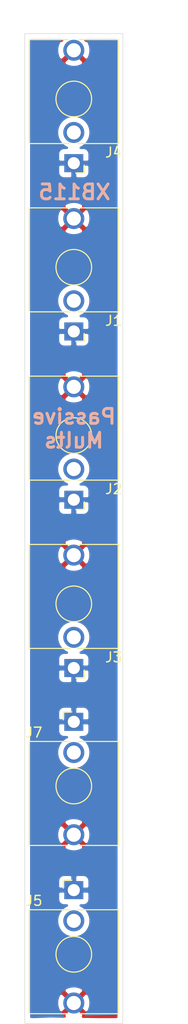
<source format=kicad_pcb>
(kicad_pcb (version 20171130) (host pcbnew "(5.1.0)-1")

  (general
    (thickness 1.6)
    (drawings 8)
    (tracks 0)
    (zones 0)
    (modules 6)
    (nets 3)
  )

  (page A4)
  (layers
    (0 F.Cu signal)
    (31 B.Cu signal)
    (32 B.Adhes user)
    (33 F.Adhes user)
    (34 B.Paste user)
    (35 F.Paste user)
    (36 B.SilkS user)
    (37 F.SilkS user)
    (38 B.Mask user)
    (39 F.Mask user)
    (40 Dwgs.User user)
    (41 Cmts.User user)
    (42 Eco1.User user)
    (43 Eco2.User user)
    (44 Edge.Cuts user)
    (45 Margin user)
    (46 B.CrtYd user)
    (47 F.CrtYd user)
    (48 B.Fab user)
    (49 F.Fab user)
  )

  (setup
    (last_trace_width 0.25)
    (trace_clearance 0.2)
    (zone_clearance 0.508)
    (zone_45_only no)
    (trace_min 0.2)
    (via_size 0.8)
    (via_drill 0.4)
    (via_min_size 0.4)
    (via_min_drill 0.3)
    (uvia_size 0.3)
    (uvia_drill 0.1)
    (uvias_allowed no)
    (uvia_min_size 0.2)
    (uvia_min_drill 0.1)
    (edge_width 0.05)
    (segment_width 0.2)
    (pcb_text_width 0.3)
    (pcb_text_size 1.5 1.5)
    (mod_edge_width 0.12)
    (mod_text_size 1 1)
    (mod_text_width 0.15)
    (pad_size 1.524 1.524)
    (pad_drill 0.762)
    (pad_to_mask_clearance 0.051)
    (solder_mask_min_width 0.25)
    (aux_axis_origin 0 0)
    (visible_elements FFFFFF7F)
    (pcbplotparams
      (layerselection 0x010fc_ffffffff)
      (usegerberextensions false)
      (usegerberattributes false)
      (usegerberadvancedattributes false)
      (creategerberjobfile false)
      (excludeedgelayer true)
      (linewidth 0.100000)
      (plotframeref false)
      (viasonmask false)
      (mode 1)
      (useauxorigin false)
      (hpglpennumber 1)
      (hpglpenspeed 20)
      (hpglpendiameter 15.000000)
      (psnegative false)
      (psa4output false)
      (plotreference true)
      (plotvalue true)
      (plotinvisibletext false)
      (padsonsilk false)
      (subtractmaskfromsilk false)
      (outputformat 1)
      (mirror false)
      (drillshape 0)
      (scaleselection 1)
      (outputdirectory "passive_mults_gerbers/"))
  )

  (net 0 "")
  (net 1 GND)
  (net 2 "Net-(J1-PadT)")

  (net_class Default "This is the default net class."
    (clearance 0.2)
    (trace_width 0.25)
    (via_dia 0.8)
    (via_drill 0.4)
    (uvia_dia 0.3)
    (uvia_drill 0.1)
    (add_net GND)
    (add_net "Net-(J1-PadT)")
  )

  (module Connector_Audio:Jack_3.5mm_QingPu_WQP-PJ398SM_Vertical_CircularHoles (layer F.Cu) (tedit 5C2B6BB2) (tstamp 5CB12E5D)
    (at 194.437 107.5938)
    (descr "TRS 3.5mm, vertical, Thonkiconn, PCB mount, (http://www.qingpu-electronics.com/en/products/WQP-PJ398SM-362.html)")
    (tags "WQP-PJ398SM WQP-PJ301M-12 TRS 3.5mm mono vertical jack thonkiconn qingpu")
    (path /5CDB6E9C)
    (fp_text reference J7 (at -4.03 1.08 180) (layer F.SilkS)
      (effects (font (size 1 1) (thickness 0.15)))
    )
    (fp_text value AudioJack2_SwitchT (at 0 5 180) (layer F.Fab)
      (effects (font (size 1 1) (thickness 0.15)))
    )
    (fp_line (start 0 0) (end 0 2.03) (layer F.Fab) (width 0.1))
    (fp_circle (center 0 6.48) (end 1.8 6.48) (layer F.Fab) (width 0.1))
    (fp_line (start 4.5 2.03) (end -4.5 2.03) (layer F.Fab) (width 0.1))
    (fp_line (start 5 -1.42) (end -5 -1.42) (layer F.CrtYd) (width 0.05))
    (fp_line (start 5 12.98) (end -5 12.98) (layer F.CrtYd) (width 0.05))
    (fp_line (start 5 12.98) (end 5 -1.42) (layer F.CrtYd) (width 0.05))
    (fp_line (start 4.5 12.48) (end -4.5 12.48) (layer F.Fab) (width 0.1))
    (fp_line (start 4.5 12.48) (end 4.5 2.08) (layer F.Fab) (width 0.1))
    (fp_line (start -1.06 -1) (end -0.2 -1) (layer F.SilkS) (width 0.12))
    (fp_line (start -1.06 -1) (end -1.06 -0.2) (layer F.SilkS) (width 0.12))
    (fp_circle (center 0 6.48) (end 1.8 6.48) (layer F.SilkS) (width 0.12))
    (fp_line (start -0.35 1.98) (end -4.5 1.98) (layer F.SilkS) (width 0.12))
    (fp_line (start 4.5 1.98) (end 0.35 1.98) (layer F.SilkS) (width 0.12))
    (fp_line (start -0.5 12.48) (end -4.5 12.48) (layer F.SilkS) (width 0.12))
    (fp_line (start 4.5 12.48) (end 0.5 12.48) (layer F.SilkS) (width 0.12))
    (fp_line (start -1.41 6.02) (end -0.46 5.07) (layer Dwgs.User) (width 0.12))
    (fp_line (start -1.42 6.875) (end 0.4 5.06) (layer Dwgs.User) (width 0.12))
    (fp_line (start -1.07 7.49) (end 1.01 5.41) (layer Dwgs.User) (width 0.12))
    (fp_line (start -0.58 7.83) (end 1.36 5.89) (layer Dwgs.User) (width 0.12))
    (fp_line (start 0.09 7.96) (end 1.48 6.57) (layer Dwgs.User) (width 0.12))
    (fp_circle (center 0 6.48) (end 1.5 6.48) (layer Dwgs.User) (width 0.12))
    (fp_line (start 4.5 1.98) (end 4.5 12.48) (layer F.SilkS) (width 0.12))
    (fp_line (start -4.5 1.98) (end -4.5 12.48) (layer F.SilkS) (width 0.12))
    (fp_text user %R (at 0 8 180) (layer F.Fab)
      (effects (font (size 1 1) (thickness 0.15)))
    )
    (fp_line (start -4.5 12.48) (end -4.5 2.08) (layer F.Fab) (width 0.1))
    (fp_line (start -5 12.98) (end -5 -1.42) (layer F.CrtYd) (width 0.05))
    (fp_text user KEEPOUT (at 0 6.48) (layer Cmts.User)
      (effects (font (size 0.4 0.4) (thickness 0.051)))
    )
    (pad T thru_hole circle (at 0 11.4 180) (size 2.13 2.13) (drill 1.43) (layers *.Cu *.Mask)
      (net 2 "Net-(J1-PadT)"))
    (pad S thru_hole rect (at 0 0 180) (size 1.93 1.83) (drill 1.22) (layers *.Cu *.Mask)
      (net 1 GND))
    (pad TN thru_hole circle (at 0 3.1 180) (size 2.13 2.13) (drill 1.42) (layers *.Cu *.Mask))
    (model ${KISYS3DMOD}/Connector_Audio.3dshapes/Jack_3.5mm_QingPu_WQP-PJ398SM_Vertical.wrl
      (at (xyz 0 0 0))
      (scale (xyz 1 1 1))
      (rotate (xyz 0 0 0))
    )
  )

  (module Connector_Audio:Jack_3.5mm_QingPu_WQP-PJ398SM_Vertical_CircularHoles (layer F.Cu) (tedit 5C2B6BB2) (tstamp 5CB12E19)
    (at 194.437 124.587)
    (descr "TRS 3.5mm, vertical, Thonkiconn, PCB mount, (http://www.qingpu-electronics.com/en/products/WQP-PJ398SM-362.html)")
    (tags "WQP-PJ398SM WQP-PJ301M-12 TRS 3.5mm mono vertical jack thonkiconn qingpu")
    (path /5CDB6EA6)
    (fp_text reference J5 (at -4.03 1.08 180) (layer F.SilkS)
      (effects (font (size 1 1) (thickness 0.15)))
    )
    (fp_text value AudioJack2_SwitchT (at 0 5 180) (layer F.Fab)
      (effects (font (size 1 1) (thickness 0.15)))
    )
    (fp_line (start 0 0) (end 0 2.03) (layer F.Fab) (width 0.1))
    (fp_circle (center 0 6.48) (end 1.8 6.48) (layer F.Fab) (width 0.1))
    (fp_line (start 4.5 2.03) (end -4.5 2.03) (layer F.Fab) (width 0.1))
    (fp_line (start 5 -1.42) (end -5 -1.42) (layer F.CrtYd) (width 0.05))
    (fp_line (start 5 12.98) (end -5 12.98) (layer F.CrtYd) (width 0.05))
    (fp_line (start 5 12.98) (end 5 -1.42) (layer F.CrtYd) (width 0.05))
    (fp_line (start 4.5 12.48) (end -4.5 12.48) (layer F.Fab) (width 0.1))
    (fp_line (start 4.5 12.48) (end 4.5 2.08) (layer F.Fab) (width 0.1))
    (fp_line (start -1.06 -1) (end -0.2 -1) (layer F.SilkS) (width 0.12))
    (fp_line (start -1.06 -1) (end -1.06 -0.2) (layer F.SilkS) (width 0.12))
    (fp_circle (center 0 6.48) (end 1.8 6.48) (layer F.SilkS) (width 0.12))
    (fp_line (start -0.35 1.98) (end -4.5 1.98) (layer F.SilkS) (width 0.12))
    (fp_line (start 4.5 1.98) (end 0.35 1.98) (layer F.SilkS) (width 0.12))
    (fp_line (start -0.5 12.48) (end -4.5 12.48) (layer F.SilkS) (width 0.12))
    (fp_line (start 4.5 12.48) (end 0.5 12.48) (layer F.SilkS) (width 0.12))
    (fp_line (start -1.41 6.02) (end -0.46 5.07) (layer Dwgs.User) (width 0.12))
    (fp_line (start -1.42 6.875) (end 0.4 5.06) (layer Dwgs.User) (width 0.12))
    (fp_line (start -1.07 7.49) (end 1.01 5.41) (layer Dwgs.User) (width 0.12))
    (fp_line (start -0.58 7.83) (end 1.36 5.89) (layer Dwgs.User) (width 0.12))
    (fp_line (start 0.09 7.96) (end 1.48 6.57) (layer Dwgs.User) (width 0.12))
    (fp_circle (center 0 6.48) (end 1.5 6.48) (layer Dwgs.User) (width 0.12))
    (fp_line (start 4.5 1.98) (end 4.5 12.48) (layer F.SilkS) (width 0.12))
    (fp_line (start -4.5 1.98) (end -4.5 12.48) (layer F.SilkS) (width 0.12))
    (fp_text user %R (at 0 8 180) (layer F.Fab)
      (effects (font (size 1 1) (thickness 0.15)))
    )
    (fp_line (start -4.5 12.48) (end -4.5 2.08) (layer F.Fab) (width 0.1))
    (fp_line (start -5 12.98) (end -5 -1.42) (layer F.CrtYd) (width 0.05))
    (fp_text user KEEPOUT (at 0 6.48) (layer Cmts.User)
      (effects (font (size 0.4 0.4) (thickness 0.051)))
    )
    (pad T thru_hole circle (at 0 11.4 180) (size 2.13 2.13) (drill 1.43) (layers *.Cu *.Mask)
      (net 2 "Net-(J1-PadT)"))
    (pad S thru_hole rect (at 0 0 180) (size 1.93 1.83) (drill 1.22) (layers *.Cu *.Mask)
      (net 1 GND))
    (pad TN thru_hole circle (at 0 3.1 180) (size 2.13 2.13) (drill 1.42) (layers *.Cu *.Mask))
    (model ${KISYS3DMOD}/Connector_Audio.3dshapes/Jack_3.5mm_QingPu_WQP-PJ398SM_Vertical.wrl
      (at (xyz 0 0 0))
      (scale (xyz 1 1 1))
      (rotate (xyz 0 0 0))
    )
  )

  (module Connector_Audio:Jack_3.5mm_QingPu_WQP-PJ398SM_Vertical_CircularHoles (layer F.Cu) (tedit 5C2B6BB2) (tstamp 5CB12905)
    (at 194.437 51.181 180)
    (descr "TRS 3.5mm, vertical, Thonkiconn, PCB mount, (http://www.qingpu-electronics.com/en/products/WQP-PJ398SM-362.html)")
    (tags "WQP-PJ398SM WQP-PJ301M-12 TRS 3.5mm mono vertical jack thonkiconn qingpu")
    (path /5CDAD085)
    (fp_text reference J4 (at -4.03 1.08) (layer F.SilkS)
      (effects (font (size 1 1) (thickness 0.15)))
    )
    (fp_text value AudioJack2_SwitchT (at 0 5) (layer F.Fab)
      (effects (font (size 1 1) (thickness 0.15)))
    )
    (fp_line (start 0 0) (end 0 2.03) (layer F.Fab) (width 0.1))
    (fp_circle (center 0 6.48) (end 1.8 6.48) (layer F.Fab) (width 0.1))
    (fp_line (start 4.5 2.03) (end -4.5 2.03) (layer F.Fab) (width 0.1))
    (fp_line (start 5 -1.42) (end -5 -1.42) (layer F.CrtYd) (width 0.05))
    (fp_line (start 5 12.98) (end -5 12.98) (layer F.CrtYd) (width 0.05))
    (fp_line (start 5 12.98) (end 5 -1.42) (layer F.CrtYd) (width 0.05))
    (fp_line (start 4.5 12.48) (end -4.5 12.48) (layer F.Fab) (width 0.1))
    (fp_line (start 4.5 12.48) (end 4.5 2.08) (layer F.Fab) (width 0.1))
    (fp_line (start -1.06 -1) (end -0.2 -1) (layer F.SilkS) (width 0.12))
    (fp_line (start -1.06 -1) (end -1.06 -0.2) (layer F.SilkS) (width 0.12))
    (fp_circle (center 0 6.48) (end 1.8 6.48) (layer F.SilkS) (width 0.12))
    (fp_line (start -0.35 1.98) (end -4.5 1.98) (layer F.SilkS) (width 0.12))
    (fp_line (start 4.5 1.98) (end 0.35 1.98) (layer F.SilkS) (width 0.12))
    (fp_line (start -0.5 12.48) (end -4.5 12.48) (layer F.SilkS) (width 0.12))
    (fp_line (start 4.5 12.48) (end 0.5 12.48) (layer F.SilkS) (width 0.12))
    (fp_line (start -1.41 6.02) (end -0.46 5.07) (layer Dwgs.User) (width 0.12))
    (fp_line (start -1.42 6.875) (end 0.4 5.06) (layer Dwgs.User) (width 0.12))
    (fp_line (start -1.07 7.49) (end 1.01 5.41) (layer Dwgs.User) (width 0.12))
    (fp_line (start -0.58 7.83) (end 1.36 5.89) (layer Dwgs.User) (width 0.12))
    (fp_line (start 0.09 7.96) (end 1.48 6.57) (layer Dwgs.User) (width 0.12))
    (fp_circle (center 0 6.48) (end 1.5 6.48) (layer Dwgs.User) (width 0.12))
    (fp_line (start 4.5 1.98) (end 4.5 12.48) (layer F.SilkS) (width 0.12))
    (fp_line (start -4.5 1.98) (end -4.5 12.48) (layer F.SilkS) (width 0.12))
    (fp_text user %R (at 0 8) (layer F.Fab)
      (effects (font (size 1 1) (thickness 0.15)))
    )
    (fp_line (start -4.5 12.48) (end -4.5 2.08) (layer F.Fab) (width 0.1))
    (fp_line (start -5 12.98) (end -5 -1.42) (layer F.CrtYd) (width 0.05))
    (fp_text user KEEPOUT (at 0 6.48 180) (layer Cmts.User)
      (effects (font (size 0.4 0.4) (thickness 0.051)))
    )
    (pad T thru_hole circle (at 0 11.4) (size 2.13 2.13) (drill 1.43) (layers *.Cu *.Mask)
      (net 2 "Net-(J1-PadT)"))
    (pad S thru_hole rect (at 0 0) (size 1.93 1.83) (drill 1.22) (layers *.Cu *.Mask)
      (net 1 GND))
    (pad TN thru_hole circle (at 0 3.1) (size 2.13 2.13) (drill 1.42) (layers *.Cu *.Mask))
    (model ${KISYS3DMOD}/Connector_Audio.3dshapes/Jack_3.5mm_QingPu_WQP-PJ398SM_Vertical.wrl
      (at (xyz 0 0 0))
      (scale (xyz 1 1 1))
      (rotate (xyz 0 0 0))
    )
  )

  (module Connector_Audio:Jack_3.5mm_QingPu_WQP-PJ398SM_Vertical_CircularHoles (layer F.Cu) (tedit 5C2B6BB2) (tstamp 5CB128E3)
    (at 194.437 102.1606 180)
    (descr "TRS 3.5mm, vertical, Thonkiconn, PCB mount, (http://www.qingpu-electronics.com/en/products/WQP-PJ398SM-362.html)")
    (tags "WQP-PJ398SM WQP-PJ301M-12 TRS 3.5mm mono vertical jack thonkiconn qingpu")
    (path /5CDB395E)
    (fp_text reference J3 (at -4.03 1.08) (layer F.SilkS)
      (effects (font (size 1 1) (thickness 0.15)))
    )
    (fp_text value AudioJack2_SwitchT (at 0 5) (layer F.Fab)
      (effects (font (size 1 1) (thickness 0.15)))
    )
    (fp_line (start 0 0) (end 0 2.03) (layer F.Fab) (width 0.1))
    (fp_circle (center 0 6.48) (end 1.8 6.48) (layer F.Fab) (width 0.1))
    (fp_line (start 4.5 2.03) (end -4.5 2.03) (layer F.Fab) (width 0.1))
    (fp_line (start 5 -1.42) (end -5 -1.42) (layer F.CrtYd) (width 0.05))
    (fp_line (start 5 12.98) (end -5 12.98) (layer F.CrtYd) (width 0.05))
    (fp_line (start 5 12.98) (end 5 -1.42) (layer F.CrtYd) (width 0.05))
    (fp_line (start 4.5 12.48) (end -4.5 12.48) (layer F.Fab) (width 0.1))
    (fp_line (start 4.5 12.48) (end 4.5 2.08) (layer F.Fab) (width 0.1))
    (fp_line (start -1.06 -1) (end -0.2 -1) (layer F.SilkS) (width 0.12))
    (fp_line (start -1.06 -1) (end -1.06 -0.2) (layer F.SilkS) (width 0.12))
    (fp_circle (center 0 6.48) (end 1.8 6.48) (layer F.SilkS) (width 0.12))
    (fp_line (start -0.35 1.98) (end -4.5 1.98) (layer F.SilkS) (width 0.12))
    (fp_line (start 4.5 1.98) (end 0.35 1.98) (layer F.SilkS) (width 0.12))
    (fp_line (start -0.5 12.48) (end -4.5 12.48) (layer F.SilkS) (width 0.12))
    (fp_line (start 4.5 12.48) (end 0.5 12.48) (layer F.SilkS) (width 0.12))
    (fp_line (start -1.41 6.02) (end -0.46 5.07) (layer Dwgs.User) (width 0.12))
    (fp_line (start -1.42 6.875) (end 0.4 5.06) (layer Dwgs.User) (width 0.12))
    (fp_line (start -1.07 7.49) (end 1.01 5.41) (layer Dwgs.User) (width 0.12))
    (fp_line (start -0.58 7.83) (end 1.36 5.89) (layer Dwgs.User) (width 0.12))
    (fp_line (start 0.09 7.96) (end 1.48 6.57) (layer Dwgs.User) (width 0.12))
    (fp_circle (center 0 6.48) (end 1.5 6.48) (layer Dwgs.User) (width 0.12))
    (fp_line (start 4.5 1.98) (end 4.5 12.48) (layer F.SilkS) (width 0.12))
    (fp_line (start -4.5 1.98) (end -4.5 12.48) (layer F.SilkS) (width 0.12))
    (fp_text user %R (at 0 8) (layer F.Fab)
      (effects (font (size 1 1) (thickness 0.15)))
    )
    (fp_line (start -4.5 12.48) (end -4.5 2.08) (layer F.Fab) (width 0.1))
    (fp_line (start -5 12.98) (end -5 -1.42) (layer F.CrtYd) (width 0.05))
    (fp_text user KEEPOUT (at 0 6.48 180) (layer Cmts.User)
      (effects (font (size 0.4 0.4) (thickness 0.051)))
    )
    (pad T thru_hole circle (at 0 11.4) (size 2.13 2.13) (drill 1.43) (layers *.Cu *.Mask)
      (net 2 "Net-(J1-PadT)"))
    (pad S thru_hole rect (at 0 0) (size 1.93 1.83) (drill 1.22) (layers *.Cu *.Mask)
      (net 1 GND))
    (pad TN thru_hole circle (at 0 3.1) (size 2.13 2.13) (drill 1.42) (layers *.Cu *.Mask))
    (model ${KISYS3DMOD}/Connector_Audio.3dshapes/Jack_3.5mm_QingPu_WQP-PJ398SM_Vertical.wrl
      (at (xyz 0 0 0))
      (scale (xyz 1 1 1))
      (rotate (xyz 0 0 0))
    )
  )

  (module Connector_Audio:Jack_3.5mm_QingPu_WQP-PJ398SM_Vertical_CircularHoles (layer F.Cu) (tedit 5C2B6BB2) (tstamp 5CB128C1)
    (at 194.437 85.1674 180)
    (descr "TRS 3.5mm, vertical, Thonkiconn, PCB mount, (http://www.qingpu-electronics.com/en/products/WQP-PJ398SM-362.html)")
    (tags "WQP-PJ398SM WQP-PJ301M-12 TRS 3.5mm mono vertical jack thonkiconn qingpu")
    (path /5CDAC73E)
    (fp_text reference J2 (at -4.03 1.08) (layer F.SilkS)
      (effects (font (size 1 1) (thickness 0.15)))
    )
    (fp_text value AudioJack2_SwitchT (at 0 5) (layer F.Fab)
      (effects (font (size 1 1) (thickness 0.15)))
    )
    (fp_line (start 0 0) (end 0 2.03) (layer F.Fab) (width 0.1))
    (fp_circle (center 0 6.48) (end 1.8 6.48) (layer F.Fab) (width 0.1))
    (fp_line (start 4.5 2.03) (end -4.5 2.03) (layer F.Fab) (width 0.1))
    (fp_line (start 5 -1.42) (end -5 -1.42) (layer F.CrtYd) (width 0.05))
    (fp_line (start 5 12.98) (end -5 12.98) (layer F.CrtYd) (width 0.05))
    (fp_line (start 5 12.98) (end 5 -1.42) (layer F.CrtYd) (width 0.05))
    (fp_line (start 4.5 12.48) (end -4.5 12.48) (layer F.Fab) (width 0.1))
    (fp_line (start 4.5 12.48) (end 4.5 2.08) (layer F.Fab) (width 0.1))
    (fp_line (start -1.06 -1) (end -0.2 -1) (layer F.SilkS) (width 0.12))
    (fp_line (start -1.06 -1) (end -1.06 -0.2) (layer F.SilkS) (width 0.12))
    (fp_circle (center 0 6.48) (end 1.8 6.48) (layer F.SilkS) (width 0.12))
    (fp_line (start -0.35 1.98) (end -4.5 1.98) (layer F.SilkS) (width 0.12))
    (fp_line (start 4.5 1.98) (end 0.35 1.98) (layer F.SilkS) (width 0.12))
    (fp_line (start -0.5 12.48) (end -4.5 12.48) (layer F.SilkS) (width 0.12))
    (fp_line (start 4.5 12.48) (end 0.5 12.48) (layer F.SilkS) (width 0.12))
    (fp_line (start -1.41 6.02) (end -0.46 5.07) (layer Dwgs.User) (width 0.12))
    (fp_line (start -1.42 6.875) (end 0.4 5.06) (layer Dwgs.User) (width 0.12))
    (fp_line (start -1.07 7.49) (end 1.01 5.41) (layer Dwgs.User) (width 0.12))
    (fp_line (start -0.58 7.83) (end 1.36 5.89) (layer Dwgs.User) (width 0.12))
    (fp_line (start 0.09 7.96) (end 1.48 6.57) (layer Dwgs.User) (width 0.12))
    (fp_circle (center 0 6.48) (end 1.5 6.48) (layer Dwgs.User) (width 0.12))
    (fp_line (start 4.5 1.98) (end 4.5 12.48) (layer F.SilkS) (width 0.12))
    (fp_line (start -4.5 1.98) (end -4.5 12.48) (layer F.SilkS) (width 0.12))
    (fp_text user %R (at 0 8) (layer F.Fab)
      (effects (font (size 1 1) (thickness 0.15)))
    )
    (fp_line (start -4.5 12.48) (end -4.5 2.08) (layer F.Fab) (width 0.1))
    (fp_line (start -5 12.98) (end -5 -1.42) (layer F.CrtYd) (width 0.05))
    (fp_text user KEEPOUT (at 0 6.48 180) (layer Cmts.User)
      (effects (font (size 0.4 0.4) (thickness 0.051)))
    )
    (pad T thru_hole circle (at 0 11.4) (size 2.13 2.13) (drill 1.43) (layers *.Cu *.Mask)
      (net 2 "Net-(J1-PadT)"))
    (pad S thru_hole rect (at 0 0) (size 1.93 1.83) (drill 1.22) (layers *.Cu *.Mask)
      (net 1 GND))
    (pad TN thru_hole circle (at 0 3.1) (size 2.13 2.13) (drill 1.42) (layers *.Cu *.Mask))
    (model ${KISYS3DMOD}/Connector_Audio.3dshapes/Jack_3.5mm_QingPu_WQP-PJ398SM_Vertical.wrl
      (at (xyz 0 0 0))
      (scale (xyz 1 1 1))
      (rotate (xyz 0 0 0))
    )
  )

  (module Connector_Audio:Jack_3.5mm_QingPu_WQP-PJ398SM_Vertical_CircularHoles (layer F.Cu) (tedit 5C2B6BB2) (tstamp 5CB1289F)
    (at 194.437 68.1742 180)
    (descr "TRS 3.5mm, vertical, Thonkiconn, PCB mount, (http://www.qingpu-electronics.com/en/products/WQP-PJ398SM-362.html)")
    (tags "WQP-PJ398SM WQP-PJ301M-12 TRS 3.5mm mono vertical jack thonkiconn qingpu")
    (path /5CDB3968)
    (fp_text reference J1 (at -4.03 1.08) (layer F.SilkS)
      (effects (font (size 1 1) (thickness 0.15)))
    )
    (fp_text value AudioJack2_SwitchT (at 0 5) (layer F.Fab)
      (effects (font (size 1 1) (thickness 0.15)))
    )
    (fp_line (start 0 0) (end 0 2.03) (layer F.Fab) (width 0.1))
    (fp_circle (center 0 6.48) (end 1.8 6.48) (layer F.Fab) (width 0.1))
    (fp_line (start 4.5 2.03) (end -4.5 2.03) (layer F.Fab) (width 0.1))
    (fp_line (start 5 -1.42) (end -5 -1.42) (layer F.CrtYd) (width 0.05))
    (fp_line (start 5 12.98) (end -5 12.98) (layer F.CrtYd) (width 0.05))
    (fp_line (start 5 12.98) (end 5 -1.42) (layer F.CrtYd) (width 0.05))
    (fp_line (start 4.5 12.48) (end -4.5 12.48) (layer F.Fab) (width 0.1))
    (fp_line (start 4.5 12.48) (end 4.5 2.08) (layer F.Fab) (width 0.1))
    (fp_line (start -1.06 -1) (end -0.2 -1) (layer F.SilkS) (width 0.12))
    (fp_line (start -1.06 -1) (end -1.06 -0.2) (layer F.SilkS) (width 0.12))
    (fp_circle (center 0 6.48) (end 1.8 6.48) (layer F.SilkS) (width 0.12))
    (fp_line (start -0.35 1.98) (end -4.5 1.98) (layer F.SilkS) (width 0.12))
    (fp_line (start 4.5 1.98) (end 0.35 1.98) (layer F.SilkS) (width 0.12))
    (fp_line (start -0.5 12.48) (end -4.5 12.48) (layer F.SilkS) (width 0.12))
    (fp_line (start 4.5 12.48) (end 0.5 12.48) (layer F.SilkS) (width 0.12))
    (fp_line (start -1.41 6.02) (end -0.46 5.07) (layer Dwgs.User) (width 0.12))
    (fp_line (start -1.42 6.875) (end 0.4 5.06) (layer Dwgs.User) (width 0.12))
    (fp_line (start -1.07 7.49) (end 1.01 5.41) (layer Dwgs.User) (width 0.12))
    (fp_line (start -0.58 7.83) (end 1.36 5.89) (layer Dwgs.User) (width 0.12))
    (fp_line (start 0.09 7.96) (end 1.48 6.57) (layer Dwgs.User) (width 0.12))
    (fp_circle (center 0 6.48) (end 1.5 6.48) (layer Dwgs.User) (width 0.12))
    (fp_line (start 4.5 1.98) (end 4.5 12.48) (layer F.SilkS) (width 0.12))
    (fp_line (start -4.5 1.98) (end -4.5 12.48) (layer F.SilkS) (width 0.12))
    (fp_text user %R (at 0 8) (layer F.Fab)
      (effects (font (size 1 1) (thickness 0.15)))
    )
    (fp_line (start -4.5 12.48) (end -4.5 2.08) (layer F.Fab) (width 0.1))
    (fp_line (start -5 12.98) (end -5 -1.42) (layer F.CrtYd) (width 0.05))
    (fp_text user KEEPOUT (at 0 6.48 180) (layer Cmts.User)
      (effects (font (size 0.4 0.4) (thickness 0.051)))
    )
    (pad T thru_hole circle (at 0 11.4) (size 2.13 2.13) (drill 1.43) (layers *.Cu *.Mask)
      (net 2 "Net-(J1-PadT)"))
    (pad S thru_hole rect (at 0 0) (size 1.93 1.83) (drill 1.22) (layers *.Cu *.Mask)
      (net 1 GND))
    (pad TN thru_hole circle (at 0 3.1) (size 2.13 2.13) (drill 1.42) (layers *.Cu *.Mask))
    (model ${KISYS3DMOD}/Connector_Audio.3dshapes/Jack_3.5mm_QingPu_WQP-PJ398SM_Vertical.wrl
      (at (xyz 0 0 0))
      (scale (xyz 1 1 1))
      (rotate (xyz 0 0 0))
    )
  )

  (gr_text "Passive\nMults" (at 194.437 77.978) (layer B.SilkS) (tstamp 5CB13AD8)
    (effects (font (size 1.5 1.5) (thickness 0.3)) (justify mirror))
  )
  (gr_text "XB115 " (at 193.929 54.102) (layer B.SilkS)
    (effects (font (size 1.5 1.5) (thickness 0.3)) (justify mirror))
  )
  (gr_line (start 189.484 138.049) (end 189.484 38.1) (layer Edge.Cuts) (width 0.05) (tstamp 5CB12AA3))
  (gr_line (start 199.39 138.049) (end 189.484 138.049) (layer Edge.Cuts) (width 0.05))
  (gr_line (start 199.39 38.1) (end 199.39 138.049) (layer Edge.Cuts) (width 0.05))
  (gr_line (start 199.39 38.1) (end 189.484 38.1) (layer Edge.Cuts) (width 0.05))
  (dimension 99.949 (width 0.15) (layer F.Fab)
    (gr_text "99.949 mm" (at 204.627 88.0745 270) (layer F.Fab)
      (effects (font (size 1 1) (thickness 0.15)))
    )
    (feature1 (pts (xy 199.39 138.049) (xy 203.913421 138.049)))
    (feature2 (pts (xy 199.39 38.1) (xy 203.913421 38.1)))
    (crossbar (pts (xy 203.327 38.1) (xy 203.327 138.049)))
    (arrow1a (pts (xy 203.327 138.049) (xy 202.740579 136.922496)))
    (arrow1b (pts (xy 203.327 138.049) (xy 203.913421 136.922496)))
    (arrow2a (pts (xy 203.327 38.1) (xy 202.740579 39.226504)))
    (arrow2b (pts (xy 203.327 38.1) (xy 203.913421 39.226504)))
  )
  (dimension 9.906 (width 0.15) (layer F.Fab)
    (gr_text "9.906 mm" (at 194.437 35.403) (layer F.Fab)
      (effects (font (size 1 1) (thickness 0.15)))
    )
    (feature1 (pts (xy 199.39 38.1) (xy 199.39 36.116579)))
    (feature2 (pts (xy 189.484 38.1) (xy 189.484 36.116579)))
    (crossbar (pts (xy 189.484 36.703) (xy 199.39 36.703)))
    (arrow1a (pts (xy 199.39 36.703) (xy 198.263496 37.289421)))
    (arrow1b (pts (xy 199.39 36.703) (xy 198.263496 36.116579)))
    (arrow2a (pts (xy 189.484 36.703) (xy 190.610504 37.289421)))
    (arrow2b (pts (xy 189.484 36.703) (xy 190.610504 36.116579)))
  )

  (zone (net 2) (net_name "Net-(J1-PadT)") (layer F.Cu) (tstamp 5CB13B13) (hatch edge 0.508)
    (connect_pads (clearance 0.508))
    (min_thickness 0.254)
    (fill yes (arc_segments 32) (thermal_gap 0.508) (thermal_bridge_width 0.508))
    (polygon
      (pts
        (xy 189.865 38.608) (xy 199.009 38.608) (xy 198.755 41.021) (xy 199.009 137.541) (xy 189.357 137.414)
      )
    )
    (filled_polygon
      (pts
        (xy 193.255237 38.778845) (xy 192.984193 38.882454) (xy 192.83681 39.183148) (xy 192.750922 39.506818) (xy 192.729829 39.841023)
        (xy 192.774342 40.172922) (xy 192.88275 40.48976) (xy 192.984193 40.679546) (xy 193.255239 40.783156) (xy 194.257395 39.781)
        (xy 194.243253 39.766858) (xy 194.422858 39.587253) (xy 194.437 39.601395) (xy 194.451143 39.587253) (xy 194.630748 39.766858)
        (xy 194.616605 39.781) (xy 195.618761 40.783156) (xy 195.889807 40.679546) (xy 196.03719 40.378852) (xy 196.123078 40.055182)
        (xy 196.144171 39.720977) (xy 196.099658 39.389078) (xy 195.99125 39.07224) (xy 195.889807 38.882454) (xy 195.618763 38.778845)
        (xy 195.637608 38.76) (xy 198.73 38.76) (xy 198.73 40.045335) (xy 198.628698 41.007705) (xy 198.628 41.021334)
        (xy 198.73 79.781564) (xy 198.730001 137.389) (xy 197.109859 137.389) (xy 195.363749 137.366025) (xy 195.439156 137.168761)
        (xy 194.437 136.166605) (xy 193.434844 137.168761) (xy 193.500881 137.341514) (xy 190.144 137.297345) (xy 190.144 136.047023)
        (xy 192.729829 136.047023) (xy 192.774342 136.378922) (xy 192.88275 136.69576) (xy 192.984193 136.885546) (xy 193.255239 136.989156)
        (xy 194.257395 135.987) (xy 194.616605 135.987) (xy 195.618761 136.989156) (xy 195.889807 136.885546) (xy 196.03719 136.584852)
        (xy 196.123078 136.261182) (xy 196.144171 135.926977) (xy 196.099658 135.595078) (xy 195.99125 135.27824) (xy 195.889807 135.088454)
        (xy 195.618761 134.984844) (xy 194.616605 135.987) (xy 194.257395 135.987) (xy 193.255239 134.984844) (xy 192.984193 135.088454)
        (xy 192.83681 135.389148) (xy 192.750922 135.712818) (xy 192.729829 136.047023) (xy 190.144 136.047023) (xy 190.144 134.805239)
        (xy 193.434844 134.805239) (xy 194.437 135.807395) (xy 195.439156 134.805239) (xy 195.335546 134.534193) (xy 195.034852 134.38681)
        (xy 194.711182 134.300922) (xy 194.376977 134.279829) (xy 194.045078 134.324342) (xy 193.72824 134.43275) (xy 193.538454 134.534193)
        (xy 193.434844 134.805239) (xy 190.144 134.805239) (xy 190.144 127.519565) (xy 192.737 127.519565) (xy 192.737 127.854435)
        (xy 192.80233 128.182872) (xy 192.930479 128.492252) (xy 193.116523 128.770687) (xy 193.353313 129.007477) (xy 193.631748 129.193521)
        (xy 193.941128 129.32167) (xy 194.269565 129.387) (xy 194.604435 129.387) (xy 194.932872 129.32167) (xy 195.242252 129.193521)
        (xy 195.520687 129.007477) (xy 195.757477 128.770687) (xy 195.943521 128.492252) (xy 196.07167 128.182872) (xy 196.137 127.854435)
        (xy 196.137 127.519565) (xy 196.07167 127.191128) (xy 195.943521 126.881748) (xy 195.757477 126.603313) (xy 195.520687 126.366523)
        (xy 195.242252 126.180479) (xy 195.144701 126.140072) (xy 195.402 126.140072) (xy 195.526482 126.127812) (xy 195.64618 126.091502)
        (xy 195.756494 126.032537) (xy 195.853185 125.953185) (xy 195.932537 125.856494) (xy 195.991502 125.74618) (xy 196.027812 125.626482)
        (xy 196.040072 125.502) (xy 196.040072 123.672) (xy 196.027812 123.547518) (xy 195.991502 123.42782) (xy 195.932537 123.317506)
        (xy 195.853185 123.220815) (xy 195.756494 123.141463) (xy 195.64618 123.082498) (xy 195.526482 123.046188) (xy 195.402 123.033928)
        (xy 193.472 123.033928) (xy 193.347518 123.046188) (xy 193.22782 123.082498) (xy 193.117506 123.141463) (xy 193.020815 123.220815)
        (xy 192.941463 123.317506) (xy 192.882498 123.42782) (xy 192.846188 123.547518) (xy 192.833928 123.672) (xy 192.833928 125.502)
        (xy 192.846188 125.626482) (xy 192.882498 125.74618) (xy 192.941463 125.856494) (xy 193.020815 125.953185) (xy 193.117506 126.032537)
        (xy 193.22782 126.091502) (xy 193.347518 126.127812) (xy 193.472 126.140072) (xy 193.729299 126.140072) (xy 193.631748 126.180479)
        (xy 193.353313 126.366523) (xy 193.116523 126.603313) (xy 192.930479 126.881748) (xy 192.80233 127.191128) (xy 192.737 127.519565)
        (xy 190.144 127.519565) (xy 190.144 120.175561) (xy 193.434844 120.175561) (xy 193.538454 120.446607) (xy 193.839148 120.59399)
        (xy 194.162818 120.679878) (xy 194.497023 120.700971) (xy 194.828922 120.656458) (xy 195.14576 120.54805) (xy 195.335546 120.446607)
        (xy 195.439156 120.175561) (xy 194.437 119.173405) (xy 193.434844 120.175561) (xy 190.144 120.175561) (xy 190.144 119.053823)
        (xy 192.729829 119.053823) (xy 192.774342 119.385722) (xy 192.88275 119.70256) (xy 192.984193 119.892346) (xy 193.255239 119.995956)
        (xy 194.257395 118.9938) (xy 194.616605 118.9938) (xy 195.618761 119.995956) (xy 195.889807 119.892346) (xy 196.03719 119.591652)
        (xy 196.123078 119.267982) (xy 196.144171 118.933777) (xy 196.099658 118.601878) (xy 195.99125 118.28504) (xy 195.889807 118.095254)
        (xy 195.618761 117.991644) (xy 194.616605 118.9938) (xy 194.257395 118.9938) (xy 193.255239 117.991644) (xy 192.984193 118.095254)
        (xy 192.83681 118.395948) (xy 192.750922 118.719618) (xy 192.729829 119.053823) (xy 190.144 119.053823) (xy 190.144 117.812039)
        (xy 193.434844 117.812039) (xy 194.437 118.814195) (xy 195.439156 117.812039) (xy 195.335546 117.540993) (xy 195.034852 117.39361)
        (xy 194.711182 117.307722) (xy 194.376977 117.286629) (xy 194.045078 117.331142) (xy 193.72824 117.43955) (xy 193.538454 117.540993)
        (xy 193.434844 117.812039) (xy 190.144 117.812039) (xy 190.144 110.526365) (xy 192.737 110.526365) (xy 192.737 110.861235)
        (xy 192.80233 111.189672) (xy 192.930479 111.499052) (xy 193.116523 111.777487) (xy 193.353313 112.014277) (xy 193.631748 112.200321)
        (xy 193.941128 112.32847) (xy 194.269565 112.3938) (xy 194.604435 112.3938) (xy 194.932872 112.32847) (xy 195.242252 112.200321)
        (xy 195.520687 112.014277) (xy 195.757477 111.777487) (xy 195.943521 111.499052) (xy 196.07167 111.189672) (xy 196.137 110.861235)
        (xy 196.137 110.526365) (xy 196.07167 110.197928) (xy 195.943521 109.888548) (xy 195.757477 109.610113) (xy 195.520687 109.373323)
        (xy 195.242252 109.187279) (xy 195.144701 109.146872) (xy 195.402 109.146872) (xy 195.526482 109.134612) (xy 195.64618 109.098302)
        (xy 195.756494 109.039337) (xy 195.853185 108.959985) (xy 195.932537 108.863294) (xy 195.991502 108.75298) (xy 196.027812 108.633282)
        (xy 196.040072 108.5088) (xy 196.040072 106.6788) (xy 196.027812 106.554318) (xy 195.991502 106.43462) (xy 195.932537 106.324306)
        (xy 195.853185 106.227615) (xy 195.756494 106.148263) (xy 195.64618 106.089298) (xy 195.526482 106.052988) (xy 195.402 106.040728)
        (xy 193.472 106.040728) (xy 193.347518 106.052988) (xy 193.22782 106.089298) (xy 193.117506 106.148263) (xy 193.020815 106.227615)
        (xy 192.941463 106.324306) (xy 192.882498 106.43462) (xy 192.846188 106.554318) (xy 192.833928 106.6788) (xy 192.833928 108.5088)
        (xy 192.846188 108.633282) (xy 192.882498 108.75298) (xy 192.941463 108.863294) (xy 193.020815 108.959985) (xy 193.117506 109.039337)
        (xy 193.22782 109.098302) (xy 193.347518 109.134612) (xy 193.472 109.146872) (xy 193.729299 109.146872) (xy 193.631748 109.187279)
        (xy 193.353313 109.373323) (xy 193.116523 109.610113) (xy 192.930479 109.888548) (xy 192.80233 110.197928) (xy 192.737 110.526365)
        (xy 190.144 110.526365) (xy 190.144 98.893165) (xy 192.737 98.893165) (xy 192.737 99.228035) (xy 192.80233 99.556472)
        (xy 192.930479 99.865852) (xy 193.116523 100.144287) (xy 193.353313 100.381077) (xy 193.631748 100.567121) (xy 193.729299 100.607528)
        (xy 193.472 100.607528) (xy 193.347518 100.619788) (xy 193.22782 100.656098) (xy 193.117506 100.715063) (xy 193.020815 100.794415)
        (xy 192.941463 100.891106) (xy 192.882498 101.00142) (xy 192.846188 101.121118) (xy 192.833928 101.2456) (xy 192.833928 103.0756)
        (xy 192.846188 103.200082) (xy 192.882498 103.31978) (xy 192.941463 103.430094) (xy 193.020815 103.526785) (xy 193.117506 103.606137)
        (xy 193.22782 103.665102) (xy 193.347518 103.701412) (xy 193.472 103.713672) (xy 195.402 103.713672) (xy 195.526482 103.701412)
        (xy 195.64618 103.665102) (xy 195.756494 103.606137) (xy 195.853185 103.526785) (xy 195.932537 103.430094) (xy 195.991502 103.31978)
        (xy 196.027812 103.200082) (xy 196.040072 103.0756) (xy 196.040072 101.2456) (xy 196.027812 101.121118) (xy 195.991502 101.00142)
        (xy 195.932537 100.891106) (xy 195.853185 100.794415) (xy 195.756494 100.715063) (xy 195.64618 100.656098) (xy 195.526482 100.619788)
        (xy 195.402 100.607528) (xy 195.144701 100.607528) (xy 195.242252 100.567121) (xy 195.520687 100.381077) (xy 195.757477 100.144287)
        (xy 195.943521 99.865852) (xy 196.07167 99.556472) (xy 196.137 99.228035) (xy 196.137 98.893165) (xy 196.07167 98.564728)
        (xy 195.943521 98.255348) (xy 195.757477 97.976913) (xy 195.520687 97.740123) (xy 195.242252 97.554079) (xy 194.932872 97.42593)
        (xy 194.604435 97.3606) (xy 194.269565 97.3606) (xy 193.941128 97.42593) (xy 193.631748 97.554079) (xy 193.353313 97.740123)
        (xy 193.116523 97.976913) (xy 192.930479 98.255348) (xy 192.80233 98.564728) (xy 192.737 98.893165) (xy 190.144 98.893165)
        (xy 190.144 91.942361) (xy 193.434844 91.942361) (xy 193.538454 92.213407) (xy 193.839148 92.36079) (xy 194.162818 92.446678)
        (xy 194.497023 92.467771) (xy 194.828922 92.423258) (xy 195.14576 92.31485) (xy 195.335546 92.213407) (xy 195.439156 91.942361)
        (xy 194.437 90.940205) (xy 193.434844 91.942361) (xy 190.144 91.942361) (xy 190.144 90.820623) (xy 192.729829 90.820623)
        (xy 192.774342 91.152522) (xy 192.88275 91.46936) (xy 192.984193 91.659146) (xy 193.255239 91.762756) (xy 194.257395 90.7606)
        (xy 194.616605 90.7606) (xy 195.618761 91.762756) (xy 195.889807 91.659146) (xy 196.03719 91.358452) (xy 196.123078 91.034782)
        (xy 196.144171 90.700577) (xy 196.099658 90.368678) (xy 195.99125 90.05184) (xy 195.889807 89.862054) (xy 195.618761 89.758444)
        (xy 194.616605 90.7606) (xy 194.257395 90.7606) (xy 193.255239 89.758444) (xy 192.984193 89.862054) (xy 192.83681 90.162748)
        (xy 192.750922 90.486418) (xy 192.729829 90.820623) (xy 190.144 90.820623) (xy 190.144 89.578839) (xy 193.434844 89.578839)
        (xy 194.437 90.580995) (xy 195.439156 89.578839) (xy 195.335546 89.307793) (xy 195.034852 89.16041) (xy 194.711182 89.074522)
        (xy 194.376977 89.053429) (xy 194.045078 89.097942) (xy 193.72824 89.20635) (xy 193.538454 89.307793) (xy 193.434844 89.578839)
        (xy 190.144 89.578839) (xy 190.144 81.899965) (xy 192.737 81.899965) (xy 192.737 82.234835) (xy 192.80233 82.563272)
        (xy 192.930479 82.872652) (xy 193.116523 83.151087) (xy 193.353313 83.387877) (xy 193.631748 83.573921) (xy 193.729299 83.614328)
        (xy 193.472 83.614328) (xy 193.347518 83.626588) (xy 193.22782 83.662898) (xy 193.117506 83.721863) (xy 193.020815 83.801215)
        (xy 192.941463 83.897906) (xy 192.882498 84.00822) (xy 192.846188 84.127918) (xy 192.833928 84.2524) (xy 192.833928 86.0824)
        (xy 192.846188 86.206882) (xy 192.882498 86.32658) (xy 192.941463 86.436894) (xy 193.020815 86.533585) (xy 193.117506 86.612937)
        (xy 193.22782 86.671902) (xy 193.347518 86.708212) (xy 193.472 86.720472) (xy 195.402 86.720472) (xy 195.526482 86.708212)
        (xy 195.64618 86.671902) (xy 195.756494 86.612937) (xy 195.853185 86.533585) (xy 195.932537 86.436894) (xy 195.991502 86.32658)
        (xy 196.027812 86.206882) (xy 196.040072 86.0824) (xy 196.040072 84.2524) (xy 196.027812 84.127918) (xy 195.991502 84.00822)
        (xy 195.932537 83.897906) (xy 195.853185 83.801215) (xy 195.756494 83.721863) (xy 195.64618 83.662898) (xy 195.526482 83.626588)
        (xy 195.402 83.614328) (xy 195.144701 83.614328) (xy 195.242252 83.573921) (xy 195.520687 83.387877) (xy 195.757477 83.151087)
        (xy 195.943521 82.872652) (xy 196.07167 82.563272) (xy 196.137 82.234835) (xy 196.137 81.899965) (xy 196.07167 81.571528)
        (xy 195.943521 81.262148) (xy 195.757477 80.983713) (xy 195.520687 80.746923) (xy 195.242252 80.560879) (xy 194.932872 80.43273)
        (xy 194.604435 80.3674) (xy 194.269565 80.3674) (xy 193.941128 80.43273) (xy 193.631748 80.560879) (xy 193.353313 80.746923)
        (xy 193.116523 80.983713) (xy 192.930479 81.262148) (xy 192.80233 81.571528) (xy 192.737 81.899965) (xy 190.144 81.899965)
        (xy 190.144 74.949161) (xy 193.434844 74.949161) (xy 193.538454 75.220207) (xy 193.839148 75.36759) (xy 194.162818 75.453478)
        (xy 194.497023 75.474571) (xy 194.828922 75.430058) (xy 195.14576 75.32165) (xy 195.335546 75.220207) (xy 195.439156 74.949161)
        (xy 194.437 73.947005) (xy 193.434844 74.949161) (xy 190.144 74.949161) (xy 190.144 73.827423) (xy 192.729829 73.827423)
        (xy 192.774342 74.159322) (xy 192.88275 74.47616) (xy 192.984193 74.665946) (xy 193.255239 74.769556) (xy 194.257395 73.7674)
        (xy 194.616605 73.7674) (xy 195.618761 74.769556) (xy 195.889807 74.665946) (xy 196.03719 74.365252) (xy 196.123078 74.041582)
        (xy 196.144171 73.707377) (xy 196.099658 73.375478) (xy 195.99125 73.05864) (xy 195.889807 72.868854) (xy 195.618761 72.765244)
        (xy 194.616605 73.7674) (xy 194.257395 73.7674) (xy 193.255239 72.765244) (xy 192.984193 72.868854) (xy 192.83681 73.169548)
        (xy 192.750922 73.493218) (xy 192.729829 73.827423) (xy 190.144 73.827423) (xy 190.144 72.585639) (xy 193.434844 72.585639)
        (xy 194.437 73.587795) (xy 195.439156 72.585639) (xy 195.335546 72.314593) (xy 195.034852 72.16721) (xy 194.711182 72.081322)
        (xy 194.376977 72.060229) (xy 194.045078 72.104742) (xy 193.72824 72.21315) (xy 193.538454 72.314593) (xy 193.434844 72.585639)
        (xy 190.144 72.585639) (xy 190.144 64.906765) (xy 192.737 64.906765) (xy 192.737 65.241635) (xy 192.80233 65.570072)
        (xy 192.930479 65.879452) (xy 193.116523 66.157887) (xy 193.353313 66.394677) (xy 193.631748 66.580721) (xy 193.729299 66.621128)
        (xy 193.472 66.621128) (xy 193.347518 66.633388) (xy 193.22782 66.669698) (xy 193.117506 66.728663) (xy 193.020815 66.808015)
        (xy 192.941463 66.904706) (xy 192.882498 67.01502) (xy 192.846188 67.134718) (xy 192.833928 67.2592) (xy 192.833928 69.0892)
        (xy 192.846188 69.213682) (xy 192.882498 69.33338) (xy 192.941463 69.443694) (xy 193.020815 69.540385) (xy 193.117506 69.619737)
        (xy 193.22782 69.678702) (xy 193.347518 69.715012) (xy 193.472 69.727272) (xy 195.402 69.727272) (xy 195.526482 69.715012)
        (xy 195.64618 69.678702) (xy 195.756494 69.619737) (xy 195.853185 69.540385) (xy 195.932537 69.443694) (xy 195.991502 69.33338)
        (xy 196.027812 69.213682) (xy 196.040072 69.0892) (xy 196.040072 67.2592) (xy 196.027812 67.134718) (xy 195.991502 67.01502)
        (xy 195.932537 66.904706) (xy 195.853185 66.808015) (xy 195.756494 66.728663) (xy 195.64618 66.669698) (xy 195.526482 66.633388)
        (xy 195.402 66.621128) (xy 195.144701 66.621128) (xy 195.242252 66.580721) (xy 195.520687 66.394677) (xy 195.757477 66.157887)
        (xy 195.943521 65.879452) (xy 196.07167 65.570072) (xy 196.137 65.241635) (xy 196.137 64.906765) (xy 196.07167 64.578328)
        (xy 195.943521 64.268948) (xy 195.757477 63.990513) (xy 195.520687 63.753723) (xy 195.242252 63.567679) (xy 194.932872 63.43953)
        (xy 194.604435 63.3742) (xy 194.269565 63.3742) (xy 193.941128 63.43953) (xy 193.631748 63.567679) (xy 193.353313 63.753723)
        (xy 193.116523 63.990513) (xy 192.930479 64.268948) (xy 192.80233 64.578328) (xy 192.737 64.906765) (xy 190.144 64.906765)
        (xy 190.144 57.955961) (xy 193.434844 57.955961) (xy 193.538454 58.227007) (xy 193.839148 58.37439) (xy 194.162818 58.460278)
        (xy 194.497023 58.481371) (xy 194.828922 58.436858) (xy 195.14576 58.32845) (xy 195.335546 58.227007) (xy 195.439156 57.955961)
        (xy 194.437 56.953805) (xy 193.434844 57.955961) (xy 190.144 57.955961) (xy 190.144 56.834223) (xy 192.729829 56.834223)
        (xy 192.774342 57.166122) (xy 192.88275 57.48296) (xy 192.984193 57.672746) (xy 193.255239 57.776356) (xy 194.257395 56.7742)
        (xy 194.616605 56.7742) (xy 195.618761 57.776356) (xy 195.889807 57.672746) (xy 196.03719 57.372052) (xy 196.123078 57.048382)
        (xy 196.144171 56.714177) (xy 196.099658 56.382278) (xy 195.99125 56.06544) (xy 195.889807 55.875654) (xy 195.618761 55.772044)
        (xy 194.616605 56.7742) (xy 194.257395 56.7742) (xy 193.255239 55.772044) (xy 192.984193 55.875654) (xy 192.83681 56.176348)
        (xy 192.750922 56.500018) (xy 192.729829 56.834223) (xy 190.144 56.834223) (xy 190.144 55.592439) (xy 193.434844 55.592439)
        (xy 194.437 56.594595) (xy 195.439156 55.592439) (xy 195.335546 55.321393) (xy 195.034852 55.17401) (xy 194.711182 55.088122)
        (xy 194.376977 55.067029) (xy 194.045078 55.111542) (xy 193.72824 55.21995) (xy 193.538454 55.321393) (xy 193.434844 55.592439)
        (xy 190.144 55.592439) (xy 190.144 47.913565) (xy 192.737 47.913565) (xy 192.737 48.248435) (xy 192.80233 48.576872)
        (xy 192.930479 48.886252) (xy 193.116523 49.164687) (xy 193.353313 49.401477) (xy 193.631748 49.587521) (xy 193.729299 49.627928)
        (xy 193.472 49.627928) (xy 193.347518 49.640188) (xy 193.22782 49.676498) (xy 193.117506 49.735463) (xy 193.020815 49.814815)
        (xy 192.941463 49.911506) (xy 192.882498 50.02182) (xy 192.846188 50.141518) (xy 192.833928 50.266) (xy 192.833928 52.096)
        (xy 192.846188 52.220482) (xy 192.882498 52.34018) (xy 192.941463 52.450494) (xy 193.020815 52.547185) (xy 193.117506 52.626537)
        (xy 193.22782 52.685502) (xy 193.347518 52.721812) (xy 193.472 52.734072) (xy 195.402 52.734072) (xy 195.526482 52.721812)
        (xy 195.64618 52.685502) (xy 195.756494 52.626537) (xy 195.853185 52.547185) (xy 195.932537 52.450494) (xy 195.991502 52.34018)
        (xy 196.027812 52.220482) (xy 196.040072 52.096) (xy 196.040072 50.266) (xy 196.027812 50.141518) (xy 195.991502 50.02182)
        (xy 195.932537 49.911506) (xy 195.853185 49.814815) (xy 195.756494 49.735463) (xy 195.64618 49.676498) (xy 195.526482 49.640188)
        (xy 195.402 49.627928) (xy 195.144701 49.627928) (xy 195.242252 49.587521) (xy 195.520687 49.401477) (xy 195.757477 49.164687)
        (xy 195.943521 48.886252) (xy 196.07167 48.576872) (xy 196.137 48.248435) (xy 196.137 47.913565) (xy 196.07167 47.585128)
        (xy 195.943521 47.275748) (xy 195.757477 46.997313) (xy 195.520687 46.760523) (xy 195.242252 46.574479) (xy 194.932872 46.44633)
        (xy 194.604435 46.381) (xy 194.269565 46.381) (xy 193.941128 46.44633) (xy 193.631748 46.574479) (xy 193.353313 46.760523)
        (xy 193.116523 46.997313) (xy 192.930479 47.275748) (xy 192.80233 47.585128) (xy 192.737 47.913565) (xy 190.144 47.913565)
        (xy 190.144 40.962761) (xy 193.434844 40.962761) (xy 193.538454 41.233807) (xy 193.839148 41.38119) (xy 194.162818 41.467078)
        (xy 194.497023 41.488171) (xy 194.828922 41.443658) (xy 195.14576 41.33525) (xy 195.335546 41.233807) (xy 195.439156 40.962761)
        (xy 194.437 39.960605) (xy 193.434844 40.962761) (xy 190.144 40.962761) (xy 190.144 38.76) (xy 193.236392 38.76)
      )
    )
  )
  (zone (net 1) (net_name GND) (layer B.Cu) (tstamp 5CB13B10) (hatch edge 0.508)
    (connect_pads (clearance 0.508))
    (min_thickness 0.254)
    (fill yes (arc_segments 32) (thermal_gap 0.508) (thermal_bridge_width 0.508))
    (polygon
      (pts
        (xy 199.136 137.16) (xy 189.865 137.541) (xy 189.992 38.735) (xy 199.009 38.608)
      )
    )
    (filled_polygon
      (pts
        (xy 198.730001 137.049577) (xy 195.652097 137.176067) (xy 195.757477 137.070687) (xy 195.943521 136.792252) (xy 196.07167 136.482872)
        (xy 196.137 136.154435) (xy 196.137 135.819565) (xy 196.07167 135.491128) (xy 195.943521 135.181748) (xy 195.757477 134.903313)
        (xy 195.520687 134.666523) (xy 195.242252 134.480479) (xy 194.932872 134.35233) (xy 194.604435 134.287) (xy 194.269565 134.287)
        (xy 193.941128 134.35233) (xy 193.631748 134.480479) (xy 193.353313 134.666523) (xy 193.116523 134.903313) (xy 192.930479 135.181748)
        (xy 192.80233 135.491128) (xy 192.737 135.819565) (xy 192.737 136.154435) (xy 192.80233 136.482872) (xy 192.930479 136.792252)
        (xy 193.116523 137.070687) (xy 193.317832 137.271996) (xy 190.470733 137.389) (xy 190.144 137.389) (xy 190.144 127.519565)
        (xy 192.737 127.519565) (xy 192.737 127.854435) (xy 192.80233 128.182872) (xy 192.930479 128.492252) (xy 193.116523 128.770687)
        (xy 193.353313 129.007477) (xy 193.631748 129.193521) (xy 193.941128 129.32167) (xy 194.269565 129.387) (xy 194.604435 129.387)
        (xy 194.932872 129.32167) (xy 195.242252 129.193521) (xy 195.520687 129.007477) (xy 195.757477 128.770687) (xy 195.943521 128.492252)
        (xy 196.07167 128.182872) (xy 196.137 127.854435) (xy 196.137 127.519565) (xy 196.07167 127.191128) (xy 195.943521 126.881748)
        (xy 195.757477 126.603313) (xy 195.520687 126.366523) (xy 195.242252 126.180479) (xy 195.14186 126.138895) (xy 195.402 126.140072)
        (xy 195.526482 126.127812) (xy 195.64618 126.091502) (xy 195.756494 126.032537) (xy 195.853185 125.953185) (xy 195.932537 125.856494)
        (xy 195.991502 125.74618) (xy 196.027812 125.626482) (xy 196.040072 125.502) (xy 196.037 124.87275) (xy 195.87825 124.714)
        (xy 194.564 124.714) (xy 194.564 124.734) (xy 194.31 124.734) (xy 194.31 124.714) (xy 192.99575 124.714)
        (xy 192.837 124.87275) (xy 192.833928 125.502) (xy 192.846188 125.626482) (xy 192.882498 125.74618) (xy 192.941463 125.856494)
        (xy 193.020815 125.953185) (xy 193.117506 126.032537) (xy 193.22782 126.091502) (xy 193.347518 126.127812) (xy 193.472 126.140072)
        (xy 193.73214 126.138895) (xy 193.631748 126.180479) (xy 193.353313 126.366523) (xy 193.116523 126.603313) (xy 192.930479 126.881748)
        (xy 192.80233 127.191128) (xy 192.737 127.519565) (xy 190.144 127.519565) (xy 190.144 123.672) (xy 192.833928 123.672)
        (xy 192.837 124.30125) (xy 192.99575 124.46) (xy 194.31 124.46) (xy 194.31 123.19575) (xy 194.564 123.19575)
        (xy 194.564 124.46) (xy 195.87825 124.46) (xy 196.037 124.30125) (xy 196.040072 123.672) (xy 196.027812 123.547518)
        (xy 195.991502 123.42782) (xy 195.932537 123.317506) (xy 195.853185 123.220815) (xy 195.756494 123.141463) (xy 195.64618 123.082498)
        (xy 195.526482 123.046188) (xy 195.402 123.033928) (xy 194.72275 123.037) (xy 194.564 123.19575) (xy 194.31 123.19575)
        (xy 194.15125 123.037) (xy 193.472 123.033928) (xy 193.347518 123.046188) (xy 193.22782 123.082498) (xy 193.117506 123.141463)
        (xy 193.020815 123.220815) (xy 192.941463 123.317506) (xy 192.882498 123.42782) (xy 192.846188 123.547518) (xy 192.833928 123.672)
        (xy 190.144 123.672) (xy 190.144 118.826365) (xy 192.737 118.826365) (xy 192.737 119.161235) (xy 192.80233 119.489672)
        (xy 192.930479 119.799052) (xy 193.116523 120.077487) (xy 193.353313 120.314277) (xy 193.631748 120.500321) (xy 193.941128 120.62847)
        (xy 194.269565 120.6938) (xy 194.604435 120.6938) (xy 194.932872 120.62847) (xy 195.242252 120.500321) (xy 195.520687 120.314277)
        (xy 195.757477 120.077487) (xy 195.943521 119.799052) (xy 196.07167 119.489672) (xy 196.137 119.161235) (xy 196.137 118.826365)
        (xy 196.07167 118.497928) (xy 195.943521 118.188548) (xy 195.757477 117.910113) (xy 195.520687 117.673323) (xy 195.242252 117.487279)
        (xy 194.932872 117.35913) (xy 194.604435 117.2938) (xy 194.269565 117.2938) (xy 193.941128 117.35913) (xy 193.631748 117.487279)
        (xy 193.353313 117.673323) (xy 193.116523 117.910113) (xy 192.930479 118.188548) (xy 192.80233 118.497928) (xy 192.737 118.826365)
        (xy 190.144 118.826365) (xy 190.144 110.526365) (xy 192.737 110.526365) (xy 192.737 110.861235) (xy 192.80233 111.189672)
        (xy 192.930479 111.499052) (xy 193.116523 111.777487) (xy 193.353313 112.014277) (xy 193.631748 112.200321) (xy 193.941128 112.32847)
        (xy 194.269565 112.3938) (xy 194.604435 112.3938) (xy 194.932872 112.32847) (xy 195.242252 112.200321) (xy 195.520687 112.014277)
        (xy 195.757477 111.777487) (xy 195.943521 111.499052) (xy 196.07167 111.189672) (xy 196.137 110.861235) (xy 196.137 110.526365)
        (xy 196.07167 110.197928) (xy 195.943521 109.888548) (xy 195.757477 109.610113) (xy 195.520687 109.373323) (xy 195.242252 109.187279)
        (xy 195.14186 109.145695) (xy 195.402 109.146872) (xy 195.526482 109.134612) (xy 195.64618 109.098302) (xy 195.756494 109.039337)
        (xy 195.853185 108.959985) (xy 195.932537 108.863294) (xy 195.991502 108.75298) (xy 196.027812 108.633282) (xy 196.040072 108.5088)
        (xy 196.037 107.87955) (xy 195.87825 107.7208) (xy 194.564 107.7208) (xy 194.564 107.7408) (xy 194.31 107.7408)
        (xy 194.31 107.7208) (xy 192.99575 107.7208) (xy 192.837 107.87955) (xy 192.833928 108.5088) (xy 192.846188 108.633282)
        (xy 192.882498 108.75298) (xy 192.941463 108.863294) (xy 193.020815 108.959985) (xy 193.117506 109.039337) (xy 193.22782 109.098302)
        (xy 193.347518 109.134612) (xy 193.472 109.146872) (xy 193.73214 109.145695) (xy 193.631748 109.187279) (xy 193.353313 109.373323)
        (xy 193.116523 109.610113) (xy 192.930479 109.888548) (xy 192.80233 110.197928) (xy 192.737 110.526365) (xy 190.144 110.526365)
        (xy 190.144 106.6788) (xy 192.833928 106.6788) (xy 192.837 107.30805) (xy 192.99575 107.4668) (xy 194.31 107.4668)
        (xy 194.31 106.20255) (xy 194.564 106.20255) (xy 194.564 107.4668) (xy 195.87825 107.4668) (xy 196.037 107.30805)
        (xy 196.040072 106.6788) (xy 196.027812 106.554318) (xy 195.991502 106.43462) (xy 195.932537 106.324306) (xy 195.853185 106.227615)
        (xy 195.756494 106.148263) (xy 195.64618 106.089298) (xy 195.526482 106.052988) (xy 195.402 106.040728) (xy 194.72275 106.0438)
        (xy 194.564 106.20255) (xy 194.31 106.20255) (xy 194.15125 106.0438) (xy 193.472 106.040728) (xy 193.347518 106.052988)
        (xy 193.22782 106.089298) (xy 193.117506 106.148263) (xy 193.020815 106.227615) (xy 192.941463 106.324306) (xy 192.882498 106.43462)
        (xy 192.846188 106.554318) (xy 192.833928 106.6788) (xy 190.144 106.6788) (xy 190.144 103.0756) (xy 192.833928 103.0756)
        (xy 192.846188 103.200082) (xy 192.882498 103.31978) (xy 192.941463 103.430094) (xy 193.020815 103.526785) (xy 193.117506 103.606137)
        (xy 193.22782 103.665102) (xy 193.347518 103.701412) (xy 193.472 103.713672) (xy 194.15125 103.7106) (xy 194.31 103.55185)
        (xy 194.31 102.2876) (xy 194.564 102.2876) (xy 194.564 103.55185) (xy 194.72275 103.7106) (xy 195.402 103.713672)
        (xy 195.526482 103.701412) (xy 195.64618 103.665102) (xy 195.756494 103.606137) (xy 195.853185 103.526785) (xy 195.932537 103.430094)
        (xy 195.991502 103.31978) (xy 196.027812 103.200082) (xy 196.040072 103.0756) (xy 196.037 102.44635) (xy 195.87825 102.2876)
        (xy 194.564 102.2876) (xy 194.31 102.2876) (xy 192.99575 102.2876) (xy 192.837 102.44635) (xy 192.833928 103.0756)
        (xy 190.144 103.0756) (xy 190.144 98.893165) (xy 192.737 98.893165) (xy 192.737 99.228035) (xy 192.80233 99.556472)
        (xy 192.930479 99.865852) (xy 193.116523 100.144287) (xy 193.353313 100.381077) (xy 193.631748 100.567121) (xy 193.73214 100.608705)
        (xy 193.472 100.607528) (xy 193.347518 100.619788) (xy 193.22782 100.656098) (xy 193.117506 100.715063) (xy 193.020815 100.794415)
        (xy 192.941463 100.891106) (xy 192.882498 101.00142) (xy 192.846188 101.121118) (xy 192.833928 101.2456) (xy 192.837 101.87485)
        (xy 192.99575 102.0336) (xy 194.31 102.0336) (xy 194.31 102.0136) (xy 194.564 102.0136) (xy 194.564 102.0336)
        (xy 195.87825 102.0336) (xy 196.037 101.87485) (xy 196.040072 101.2456) (xy 196.027812 101.121118) (xy 195.991502 101.00142)
        (xy 195.932537 100.891106) (xy 195.853185 100.794415) (xy 195.756494 100.715063) (xy 195.64618 100.656098) (xy 195.526482 100.619788)
        (xy 195.402 100.607528) (xy 195.14186 100.608705) (xy 195.242252 100.567121) (xy 195.520687 100.381077) (xy 195.757477 100.144287)
        (xy 195.943521 99.865852) (xy 196.07167 99.556472) (xy 196.137 99.228035) (xy 196.137 98.893165) (xy 196.07167 98.564728)
        (xy 195.943521 98.255348) (xy 195.757477 97.976913) (xy 195.520687 97.740123) (xy 195.242252 97.554079) (xy 194.932872 97.42593)
        (xy 194.604435 97.3606) (xy 194.269565 97.3606) (xy 193.941128 97.42593) (xy 193.631748 97.554079) (xy 193.353313 97.740123)
        (xy 193.116523 97.976913) (xy 192.930479 98.255348) (xy 192.80233 98.564728) (xy 192.737 98.893165) (xy 190.144 98.893165)
        (xy 190.144 90.593165) (xy 192.737 90.593165) (xy 192.737 90.928035) (xy 192.80233 91.256472) (xy 192.930479 91.565852)
        (xy 193.116523 91.844287) (xy 193.353313 92.081077) (xy 193.631748 92.267121) (xy 193.941128 92.39527) (xy 194.269565 92.4606)
        (xy 194.604435 92.4606) (xy 194.932872 92.39527) (xy 195.242252 92.267121) (xy 195.520687 92.081077) (xy 195.757477 91.844287)
        (xy 195.943521 91.565852) (xy 196.07167 91.256472) (xy 196.137 90.928035) (xy 196.137 90.593165) (xy 196.07167 90.264728)
        (xy 195.943521 89.955348) (xy 195.757477 89.676913) (xy 195.520687 89.440123) (xy 195.242252 89.254079) (xy 194.932872 89.12593)
        (xy 194.604435 89.0606) (xy 194.269565 89.0606) (xy 193.941128 89.12593) (xy 193.631748 89.254079) (xy 193.353313 89.440123)
        (xy 193.116523 89.676913) (xy 192.930479 89.955348) (xy 192.80233 90.264728) (xy 192.737 90.593165) (xy 190.144 90.593165)
        (xy 190.144 86.0824) (xy 192.833928 86.0824) (xy 192.846188 86.206882) (xy 192.882498 86.32658) (xy 192.941463 86.436894)
        (xy 193.020815 86.533585) (xy 193.117506 86.612937) (xy 193.22782 86.671902) (xy 193.347518 86.708212) (xy 193.472 86.720472)
        (xy 194.15125 86.7174) (xy 194.31 86.55865) (xy 194.31 85.2944) (xy 194.564 85.2944) (xy 194.564 86.55865)
        (xy 194.72275 86.7174) (xy 195.402 86.720472) (xy 195.526482 86.708212) (xy 195.64618 86.671902) (xy 195.756494 86.612937)
        (xy 195.853185 86.533585) (xy 195.932537 86.436894) (xy 195.991502 86.32658) (xy 196.027812 86.206882) (xy 196.040072 86.0824)
        (xy 196.037 85.45315) (xy 195.87825 85.2944) (xy 194.564 85.2944) (xy 194.31 85.2944) (xy 192.99575 85.2944)
        (xy 192.837 85.45315) (xy 192.833928 86.0824) (xy 190.144 86.0824) (xy 190.144 81.899965) (xy 192.737 81.899965)
        (xy 192.737 82.234835) (xy 192.80233 82.563272) (xy 192.930479 82.872652) (xy 193.116523 83.151087) (xy 193.353313 83.387877)
        (xy 193.631748 83.573921) (xy 193.73214 83.615505) (xy 193.472 83.614328) (xy 193.347518 83.626588) (xy 193.22782 83.662898)
        (xy 193.117506 83.721863) (xy 193.020815 83.801215) (xy 192.941463 83.897906) (xy 192.882498 84.00822) (xy 192.846188 84.127918)
        (xy 192.833928 84.2524) (xy 192.837 84.88165) (xy 192.99575 85.0404) (xy 194.31 85.0404) (xy 194.31 85.0204)
        (xy 194.564 85.0204) (xy 194.564 85.0404) (xy 195.87825 85.0404) (xy 196.037 84.88165) (xy 196.040072 84.2524)
        (xy 196.027812 84.127918) (xy 195.991502 84.00822) (xy 195.932537 83.897906) (xy 195.853185 83.801215) (xy 195.756494 83.721863)
        (xy 195.64618 83.662898) (xy 195.526482 83.626588) (xy 195.402 83.614328) (xy 195.14186 83.615505) (xy 195.242252 83.573921)
        (xy 195.520687 83.387877) (xy 195.757477 83.151087) (xy 195.943521 82.872652) (xy 196.07167 82.563272) (xy 196.137 82.234835)
        (xy 196.137 81.899965) (xy 196.07167 81.571528) (xy 195.943521 81.262148) (xy 195.757477 80.983713) (xy 195.520687 80.746923)
        (xy 195.242252 80.560879) (xy 194.932872 80.43273) (xy 194.604435 80.3674) (xy 194.269565 80.3674) (xy 193.941128 80.43273)
        (xy 193.631748 80.560879) (xy 193.353313 80.746923) (xy 193.116523 80.983713) (xy 192.930479 81.262148) (xy 192.80233 81.571528)
        (xy 192.737 81.899965) (xy 190.144 81.899965) (xy 190.144 73.599965) (xy 192.737 73.599965) (xy 192.737 73.934835)
        (xy 192.80233 74.263272) (xy 192.930479 74.572652) (xy 193.116523 74.851087) (xy 193.353313 75.087877) (xy 193.631748 75.273921)
        (xy 193.941128 75.40207) (xy 194.269565 75.4674) (xy 194.604435 75.4674) (xy 194.932872 75.40207) (xy 195.242252 75.273921)
        (xy 195.520687 75.087877) (xy 195.757477 74.851087) (xy 195.943521 74.572652) (xy 196.07167 74.263272) (xy 196.137 73.934835)
        (xy 196.137 73.599965) (xy 196.07167 73.271528) (xy 195.943521 72.962148) (xy 195.757477 72.683713) (xy 195.520687 72.446923)
        (xy 195.242252 72.260879) (xy 194.932872 72.13273) (xy 194.604435 72.0674) (xy 194.269565 72.0674) (xy 193.941128 72.13273)
        (xy 193.631748 72.260879) (xy 193.353313 72.446923) (xy 193.116523 72.683713) (xy 192.930479 72.962148) (xy 192.80233 73.271528)
        (xy 192.737 73.599965) (xy 190.144 73.599965) (xy 190.144 69.0892) (xy 192.833928 69.0892) (xy 192.846188 69.213682)
        (xy 192.882498 69.33338) (xy 192.941463 69.443694) (xy 193.020815 69.540385) (xy 193.117506 69.619737) (xy 193.22782 69.678702)
        (xy 193.347518 69.715012) (xy 193.472 69.727272) (xy 194.15125 69.7242) (xy 194.31 69.56545) (xy 194.31 68.3012)
        (xy 194.564 68.3012) (xy 194.564 69.56545) (xy 194.72275 69.7242) (xy 195.402 69.727272) (xy 195.526482 69.715012)
        (xy 195.64618 69.678702) (xy 195.756494 69.619737) (xy 195.853185 69.540385) (xy 195.932537 69.443694) (xy 195.991502 69.33338)
        (xy 196.027812 69.213682) (xy 196.040072 69.0892) (xy 196.037 68.45995) (xy 195.87825 68.3012) (xy 194.564 68.3012)
        (xy 194.31 68.3012) (xy 192.99575 68.3012) (xy 192.837 68.45995) (xy 192.833928 69.0892) (xy 190.144 69.0892)
        (xy 190.144 64.906765) (xy 192.737 64.906765) (xy 192.737 65.241635) (xy 192.80233 65.570072) (xy 192.930479 65.879452)
        (xy 193.116523 66.157887) (xy 193.353313 66.394677) (xy 193.631748 66.580721) (xy 193.73214 66.622305) (xy 193.472 66.621128)
        (xy 193.347518 66.633388) (xy 193.22782 66.669698) (xy 193.117506 66.728663) (xy 193.020815 66.808015) (xy 192.941463 66.904706)
        (xy 192.882498 67.01502) (xy 192.846188 67.134718) (xy 192.833928 67.2592) (xy 192.837 67.88845) (xy 192.99575 68.0472)
        (xy 194.31 68.0472) (xy 194.31 68.0272) (xy 194.564 68.0272) (xy 194.564 68.0472) (xy 195.87825 68.0472)
        (xy 196.037 67.88845) (xy 196.040072 67.2592) (xy 196.027812 67.134718) (xy 195.991502 67.01502) (xy 195.932537 66.904706)
        (xy 195.853185 66.808015) (xy 195.756494 66.728663) (xy 195.64618 66.669698) (xy 195.526482 66.633388) (xy 195.402 66.621128)
        (xy 195.14186 66.622305) (xy 195.242252 66.580721) (xy 195.520687 66.394677) (xy 195.757477 66.157887) (xy 195.943521 65.879452)
        (xy 196.07167 65.570072) (xy 196.137 65.241635) (xy 196.137 64.906765) (xy 196.07167 64.578328) (xy 195.943521 64.268948)
        (xy 195.757477 63.990513) (xy 195.520687 63.753723) (xy 195.242252 63.567679) (xy 194.932872 63.43953) (xy 194.604435 63.3742)
        (xy 194.269565 63.3742) (xy 193.941128 63.43953) (xy 193.631748 63.567679) (xy 193.353313 63.753723) (xy 193.116523 63.990513)
        (xy 192.930479 64.268948) (xy 192.80233 64.578328) (xy 192.737 64.906765) (xy 190.144 64.906765) (xy 190.144 56.606765)
        (xy 192.737 56.606765) (xy 192.737 56.941635) (xy 192.80233 57.270072) (xy 192.930479 57.579452) (xy 193.116523 57.857887)
        (xy 193.353313 58.094677) (xy 193.631748 58.280721) (xy 193.941128 58.40887) (xy 194.269565 58.4742) (xy 194.604435 58.4742)
        (xy 194.932872 58.40887) (xy 195.242252 58.280721) (xy 195.520687 58.094677) (xy 195.757477 57.857887) (xy 195.943521 57.579452)
        (xy 196.07167 57.270072) (xy 196.137 56.941635) (xy 196.137 56.606765) (xy 196.07167 56.278328) (xy 195.943521 55.968948)
        (xy 195.757477 55.690513) (xy 195.520687 55.453723) (xy 195.242252 55.267679) (xy 194.932872 55.13953) (xy 194.604435 55.0742)
        (xy 194.269565 55.0742) (xy 193.941128 55.13953) (xy 193.631748 55.267679) (xy 193.353313 55.453723) (xy 193.116523 55.690513)
        (xy 192.930479 55.968948) (xy 192.80233 56.278328) (xy 192.737 56.606765) (xy 190.144 56.606765) (xy 190.144 52.096)
        (xy 192.833928 52.096) (xy 192.846188 52.220482) (xy 192.882498 52.34018) (xy 192.941463 52.450494) (xy 193.020815 52.547185)
        (xy 193.117506 52.626537) (xy 193.22782 52.685502) (xy 193.347518 52.721812) (xy 193.472 52.734072) (xy 194.15125 52.731)
        (xy 194.31 52.57225) (xy 194.31 51.308) (xy 194.564 51.308) (xy 194.564 52.57225) (xy 194.72275 52.731)
        (xy 195.402 52.734072) (xy 195.526482 52.721812) (xy 195.64618 52.685502) (xy 195.756494 52.626537) (xy 195.853185 52.547185)
        (xy 195.932537 52.450494) (xy 195.991502 52.34018) (xy 196.027812 52.220482) (xy 196.040072 52.096) (xy 196.037 51.46675)
        (xy 195.87825 51.308) (xy 194.564 51.308) (xy 194.31 51.308) (xy 192.99575 51.308) (xy 192.837 51.46675)
        (xy 192.833928 52.096) (xy 190.144 52.096) (xy 190.144 47.913565) (xy 192.737 47.913565) (xy 192.737 48.248435)
        (xy 192.80233 48.576872) (xy 192.930479 48.886252) (xy 193.116523 49.164687) (xy 193.353313 49.401477) (xy 193.631748 49.587521)
        (xy 193.73214 49.629105) (xy 193.472 49.627928) (xy 193.347518 49.640188) (xy 193.22782 49.676498) (xy 193.117506 49.735463)
        (xy 193.020815 49.814815) (xy 192.941463 49.911506) (xy 192.882498 50.02182) (xy 192.846188 50.141518) (xy 192.833928 50.266)
        (xy 192.837 50.89525) (xy 192.99575 51.054) (xy 194.31 51.054) (xy 194.31 51.034) (xy 194.564 51.034)
        (xy 194.564 51.054) (xy 195.87825 51.054) (xy 196.037 50.89525) (xy 196.040072 50.266) (xy 196.027812 50.141518)
        (xy 195.991502 50.02182) (xy 195.932537 49.911506) (xy 195.853185 49.814815) (xy 195.756494 49.735463) (xy 195.64618 49.676498)
        (xy 195.526482 49.640188) (xy 195.402 49.627928) (xy 195.14186 49.629105) (xy 195.242252 49.587521) (xy 195.520687 49.401477)
        (xy 195.757477 49.164687) (xy 195.943521 48.886252) (xy 196.07167 48.576872) (xy 196.137 48.248435) (xy 196.137 47.913565)
        (xy 196.07167 47.585128) (xy 195.943521 47.275748) (xy 195.757477 46.997313) (xy 195.520687 46.760523) (xy 195.242252 46.574479)
        (xy 194.932872 46.44633) (xy 194.604435 46.381) (xy 194.269565 46.381) (xy 193.941128 46.44633) (xy 193.631748 46.574479)
        (xy 193.353313 46.760523) (xy 193.116523 46.997313) (xy 192.930479 47.275748) (xy 192.80233 47.585128) (xy 192.737 47.913565)
        (xy 190.144 47.913565) (xy 190.144 38.859872) (xy 193.035113 38.819152) (xy 192.930479 38.975748) (xy 192.80233 39.285128)
        (xy 192.737 39.613565) (xy 192.737 39.948435) (xy 192.80233 40.276872) (xy 192.930479 40.586252) (xy 193.116523 40.864687)
        (xy 193.353313 41.101477) (xy 193.631748 41.287521) (xy 193.941128 41.41567) (xy 194.269565 41.481) (xy 194.604435 41.481)
        (xy 194.932872 41.41567) (xy 195.242252 41.287521) (xy 195.520687 41.101477) (xy 195.757477 40.864687) (xy 195.943521 40.586252)
        (xy 196.07167 40.276872) (xy 196.137 39.948435) (xy 196.137 39.613565) (xy 196.07167 39.285128) (xy 195.943521 38.975748)
        (xy 195.812747 38.78003) (xy 197.234893 38.76) (xy 198.73 38.76)
      )
    )
  )
)

</source>
